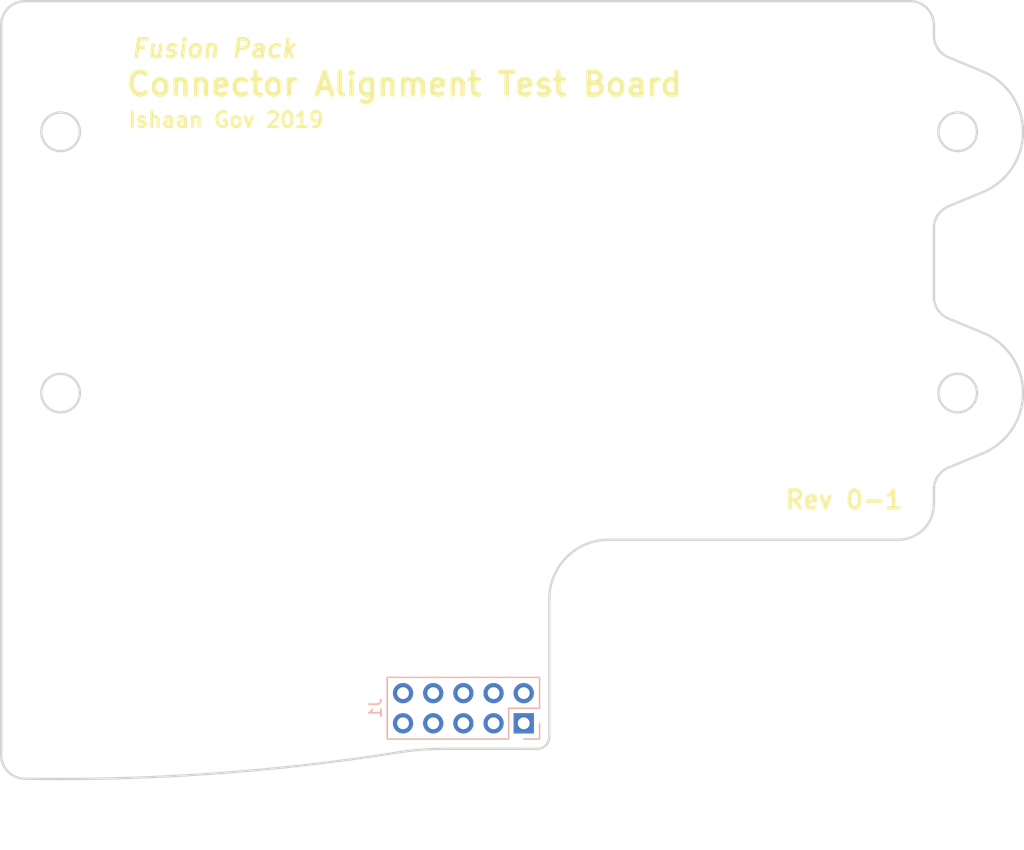
<source format=kicad_pcb>
(kicad_pcb (version 20171130) (host pcbnew "(5.0.0)")

  (general
    (thickness 1.6)
    (drawings 34)
    (tracks 0)
    (zones 0)
    (modules 1)
    (nets 1)
  )

  (page A4)
  (layers
    (0 F.Cu signal)
    (31 B.Cu signal)
    (32 B.Adhes user)
    (33 F.Adhes user)
    (34 B.Paste user)
    (35 F.Paste user)
    (36 B.SilkS user)
    (37 F.SilkS user)
    (38 B.Mask user)
    (39 F.Mask user)
    (40 Dwgs.User user)
    (41 Cmts.User user)
    (42 Eco1.User user)
    (43 Eco2.User user)
    (44 Edge.Cuts user)
    (45 Margin user)
    (46 B.CrtYd user)
    (47 F.CrtYd user)
    (48 B.Fab user)
    (49 F.Fab user)
  )

  (setup
    (last_trace_width 0.25)
    (user_trace_width 1.905)
    (trace_clearance 0.2)
    (zone_clearance 0.508)
    (zone_45_only no)
    (trace_min 0.2)
    (segment_width 0.2)
    (edge_width 0.2)
    (via_size 0.8)
    (via_drill 0.4)
    (via_min_size 0.4)
    (via_min_drill 0.3)
    (uvia_size 0.3)
    (uvia_drill 0.1)
    (uvias_allowed no)
    (uvia_min_size 0.2)
    (uvia_min_drill 0.1)
    (pcb_text_width 0.3)
    (pcb_text_size 1.5 1.5)
    (mod_edge_width 0.15)
    (mod_text_size 1 1)
    (mod_text_width 0.15)
    (pad_size 1.524 1.524)
    (pad_drill 0.762)
    (pad_to_mask_clearance 0.0508)
    (aux_axis_origin 0 0)
    (grid_origin 160 90)
    (visible_elements 7FFFFFFF)
    (pcbplotparams
      (layerselection 0x010f0_ffffffff)
      (usegerberextensions false)
      (usegerberattributes true)
      (usegerberadvancedattributes false)
      (creategerberjobfile false)
      (excludeedgelayer false)
      (linewidth 0.100000)
      (plotframeref false)
      (viasonmask false)
      (mode 1)
      (useauxorigin false)
      (hpglpennumber 1)
      (hpglpenspeed 20)
      (hpglpendiameter 15.000000)
      (psnegative false)
      (psa4output false)
      (plotreference false)
      (plotvalue false)
      (plotinvisibletext false)
      (padsonsilk false)
      (subtractmaskfromsilk false)
      (outputformat 1)
      (mirror false)
      (drillshape 0)
      (scaleselection 1)
      (outputdirectory "GERBERS/"))
  )

  (net 0 "")

  (net_class Default "This is the default net class."
    (clearance 0.2)
    (trace_width 0.25)
    (via_dia 0.8)
    (via_drill 0.4)
    (uvia_dia 0.3)
    (uvia_drill 0.1)
  )

  (module Connector_PinHeader_2.54mm:PinHeader_2x05_P2.54mm_Vertical (layer B.Cu) (tedit 5CA35AD7) (tstamp 5CBC2C54)
    (at 123.48 139.81 90)
    (descr "Through hole straight pin header, 2x05, 2.54mm pitch, double rows")
    (tags "Through hole pin header THT 2x05 2.54mm double row")
    (path /5CA3399B)
    (fp_text reference J1 (at 1.27 -12.48 90) (layer B.SilkS)
      (effects (font (size 1 1) (thickness 0.15)) (justify mirror))
    )
    (fp_text value Conn_02x05_Counter_Clockwise (at 1.27 -12.49 90) (layer B.Fab)
      (effects (font (size 1 1) (thickness 0.15)) (justify mirror))
    )
    (fp_line (start 0 1.27) (end 3.81 1.27) (layer B.Fab) (width 0.1))
    (fp_line (start 3.81 1.27) (end 3.81 -11.43) (layer B.Fab) (width 0.1))
    (fp_line (start 3.81 -11.43) (end -1.27 -11.43) (layer B.Fab) (width 0.1))
    (fp_line (start -1.27 -11.43) (end -1.27 0) (layer B.Fab) (width 0.1))
    (fp_line (start -1.27 0) (end 0 1.27) (layer B.Fab) (width 0.1))
    (fp_line (start -1.33 -11.49) (end 3.87 -11.49) (layer B.SilkS) (width 0.12))
    (fp_line (start -1.33 -1.27) (end -1.33 -11.49) (layer B.SilkS) (width 0.12))
    (fp_line (start 3.87 1.33) (end 3.87 -11.49) (layer B.SilkS) (width 0.12))
    (fp_line (start -1.33 -1.27) (end 1.27 -1.27) (layer B.SilkS) (width 0.12))
    (fp_line (start 1.27 -1.27) (end 1.27 1.33) (layer B.SilkS) (width 0.12))
    (fp_line (start 1.27 1.33) (end 3.87 1.33) (layer B.SilkS) (width 0.12))
    (fp_line (start -1.33 0) (end -1.33 1.33) (layer B.SilkS) (width 0.12))
    (fp_line (start -1.33 1.33) (end 0 1.33) (layer B.SilkS) (width 0.12))
    (fp_line (start -1.8 1.8) (end -1.8 -11.95) (layer B.CrtYd) (width 0.05))
    (fp_line (start -1.8 -11.95) (end 4.35 -11.95) (layer B.CrtYd) (width 0.05))
    (fp_line (start 4.35 -11.95) (end 4.35 1.8) (layer B.CrtYd) (width 0.05))
    (fp_line (start 4.35 1.8) (end -1.8 1.8) (layer B.CrtYd) (width 0.05))
    (fp_text user %R (at 1.27 -5.08) (layer B.Fab)
      (effects (font (size 1 1) (thickness 0.15)) (justify mirror))
    )
    (pad 1 thru_hole rect (at 0 0 90) (size 1.7 1.7) (drill 1) (layers *.Cu *.Mask))
    (pad 2 thru_hole oval (at 2.54 0 90) (size 1.7 1.7) (drill 1) (layers *.Cu *.Mask))
    (pad 3 thru_hole oval (at 0 -2.54 90) (size 1.7 1.7) (drill 1) (layers *.Cu *.Mask))
    (pad 4 thru_hole oval (at 2.54 -2.54 90) (size 1.7 1.7) (drill 1) (layers *.Cu *.Mask))
    (pad 5 thru_hole oval (at 0 -5.08 90) (size 1.7 1.7) (drill 1) (layers *.Cu *.Mask))
    (pad 6 thru_hole oval (at 2.54 -5.08 90) (size 1.7 1.7) (drill 1) (layers *.Cu *.Mask))
    (pad 7 thru_hole oval (at 0 -7.62 90) (size 1.7 1.7) (drill 1) (layers *.Cu *.Mask))
    (pad 8 thru_hole oval (at 2.54 -7.62 90) (size 1.7 1.7) (drill 1) (layers *.Cu *.Mask))
    (pad 9 thru_hole oval (at 0 -10.16 90) (size 1.7 1.7) (drill 1) (layers *.Cu *.Mask))
    (pad 10 thru_hole oval (at 2.54 -10.16 90) (size 1.7 1.7) (drill 1) (layers *.Cu *.Mask))
    (model ${KISYS3DMOD}/Connector_PinHeader_2.54mm.3dshapes/PinHeader_2x05_P2.54mm_Vertical_Sullins.STEP
      (offset (xyz 1.27 0 0.4))
      (scale (xyz 1 1 1))
      (rotate (xyz -90 0 90))
    )
  )

  (gr_line (start 158 81.882059) (end 158 81) (layer Edge.Cuts) (width 0.2))
  (gr_circle (center 84.5 112) (end 82.875 112) (layer Edge.Cuts) (width 0.2))
  (gr_circle (center 160 112) (end 158.375 112) (layer Edge.Cuts) (width 0.2))
  (gr_circle (center 160 90) (end 161.625 90) (layer Edge.Cuts) (width 0.2))
  (gr_circle (center 84.5 90) (end 82.875 90) (layer Edge.Cuts) (width 0.2))
  (gr_arc (start 160 103.882059) (end 158 103.882059) (angle -67.5) (layer Edge.Cuts) (width 0.2))
  (gr_line (start 125.63 140.96) (end 125.63 129.35) (layer Edge.Cuts) (width 0.2))
  (gr_line (start 162.104759 84.918663) (end 159.234633 83.729818) (layer Edge.Cuts) (width 0.2))
  (gr_arc (start 160 81.882059) (end 158 81.882059) (angle -67.5) (layer Edge.Cuts) (width 0.2))
  (gr_line (start 159.234633 96.270183) (end 162.104759 95.081338) (layer Edge.Cuts) (width 0.2))
  (gr_arc (start 160 98.117942) (end 159.234633 96.270183) (angle -67.5) (layer Edge.Cuts) (width 0.2))
  (gr_arc (start 155 121.35) (end 155 124.35) (angle -90) (layer Edge.Cuts) (width 0.2))
  (gr_arc (start 81.5 81) (end 81.5 79) (angle -90) (layer Edge.Cuts) (width 0.2))
  (gr_arc (start 160 90) (end 162.104759 95.081338) (angle -135) (layer Edge.Cuts) (width 0.2))
  (gr_line (start 158 121.35) (end 158 120.117942) (layer Edge.Cuts) (width 0.2))
  (gr_arc (start 116.768705 166.704271) (end 116.768705 141.96) (angle -9.001404207) (layer Edge.Cuts) (width 0.2))
  (gr_line (start 79.5 81) (end 79.5 142.474929) (layer Edge.Cuts) (width 0.2))
  (gr_arc (start 84.5 -37) (end 81.466574 144.47465) (angle -9.959038422) (layer Edge.Cuts) (width 0.2))
  (gr_arc (start 81.5 142.474929) (end 79.5 142.474929) (angle -89.04236578) (layer Edge.Cuts) (width 0.2))
  (gr_line (start 162.104759 106.918663) (end 159.234633 105.729818) (layer Edge.Cuts) (width 0.2))
  (gr_arc (start 160 112) (end 162.104759 117.081338) (angle -135) (layer Edge.Cuts) (width 0.2))
  (gr_line (start 159.234633 118.270183) (end 162.104759 117.081338) (layer Edge.Cuts) (width 0.2))
  (gr_arc (start 124.63 140.96) (end 124.63 141.96) (angle -90) (layer Edge.Cuts) (width 0.2))
  (gr_line (start 130.63 124.35) (end 155 124.35) (layer Edge.Cuts) (width 0.2))
  (gr_arc (start 130.63 129.35) (end 130.63 124.35) (angle -90) (layer Edge.Cuts) (width 0.2))
  (gr_line (start 116.768705 141.96) (end 124.63 141.96) (layer Edge.Cuts) (width 0.2))
  (gr_line (start 158 103.882059) (end 158 98.117942) (layer Edge.Cuts) (width 0.2))
  (gr_arc (start 160 120.117942) (end 159.234633 118.270183) (angle -67.5) (layer Edge.Cuts) (width 0.2))
  (gr_line (start 156 79) (end 81.5 79) (layer Edge.Cuts) (width 0.2))
  (gr_arc (start 156 81) (end 158 81) (angle -90) (layer Edge.Cuts) (width 0.2))
  (gr_text "Fusion Pack" (at 97.425 82.99) (layer F.SilkS)
    (effects (font (size 1.5 1.5) (thickness 0.3) italic))
  )
  (gr_text "Connector Alignment Test Board" (at 113.425 85.99) (layer F.SilkS)
    (effects (font (size 1.905 1.905) (thickness 0.381)))
  )
  (gr_text "Ishaan Gov 2019" (at 98.425 88.99) (layer F.SilkS)
    (effects (font (size 1.27 1.27) (thickness 0.254)))
  )
  (gr_text "Rev 0-1" (at 150.425 120.99) (layer F.SilkS)
    (effects (font (size 1.5 1.5) (thickness 0.3)))
  )

)

</source>
